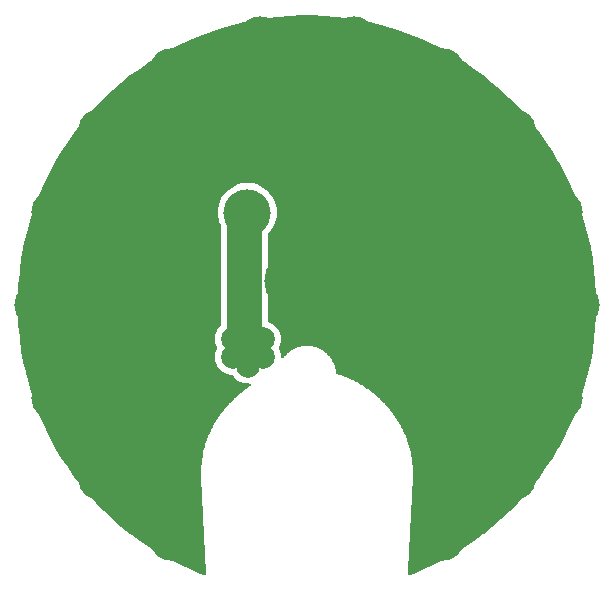
<source format=gbl>
%TF.GenerationSoftware,KiCad,Pcbnew,8.0.8*%
%TF.CreationDate,2025-02-15T12:26:11-06:00*%
%TF.ProjectId,internal,696e7465-726e-4616-9c2e-6b696361645f,rev?*%
%TF.SameCoordinates,Original*%
%TF.FileFunction,Copper,L2,Bot*%
%TF.FilePolarity,Positive*%
%FSLAX46Y46*%
G04 Gerber Fmt 4.6, Leading zero omitted, Abs format (unit mm)*
G04 Created by KiCad (PCBNEW 8.0.8) date 2025-02-15 12:26:11*
%MOMM*%
%LPD*%
G01*
G04 APERTURE LIST*
%TA.AperFunction,ComponentPad*%
%ADD10C,3.500000*%
%TD*%
%TA.AperFunction,ComponentPad*%
%ADD11O,6.200000X5.200000*%
%TD*%
%TA.AperFunction,ComponentPad*%
%ADD12C,1.600000*%
%TD*%
%TA.AperFunction,ComponentPad*%
%ADD13C,2.000000*%
%TD*%
%TA.AperFunction,SMDPad,CuDef*%
%ADD14C,4.000000*%
%TD*%
%TA.AperFunction,SMDPad,CuDef*%
%ADD15C,2.000000*%
%TD*%
%TA.AperFunction,Conductor*%
%ADD16C,3.000000*%
%TD*%
%TA.AperFunction,Conductor*%
%ADD17C,0.300000*%
%TD*%
G04 APERTURE END LIST*
D10*
%TO.P,clearance-D12,1*%
%TO.N,GND*%
X121613000Y-142134000D03*
%TD*%
D11*
%TO.P,clearance-U1,1*%
%TO.N,GND*%
X99500000Y-148000000D03*
%TD*%
D12*
%TO.P,align-ir1,1*%
%TO.N,GND*%
X77800000Y-152400000D03*
%TD*%
D10*
%TO.P,clearance-R5,1*%
%TO.N,GND*%
X103993908Y-135215884D03*
%TD*%
%TO.P,clearance-R1,1*%
%TO.N,GND*%
X88500000Y-164784115D03*
%TD*%
%TO.P,clearance-R7,1*%
%TO.N,GND*%
X117619023Y-150000000D03*
%TD*%
%TO.P,clearance-R8,1*%
%TO.N,GND*%
X111500000Y-164784115D03*
%TD*%
%TO.P,clearance-R4,1*%
%TO.N,GND*%
X96006092Y-135215884D03*
%TD*%
D13*
%TO.P,through-i2,1*%
%TO.N,+3V0*%
X94996000Y-152170000D03*
%TD*%
D10*
%TO.P,clearance-R6,1*%
%TO.N,GND*%
X111500000Y-135215884D03*
%TD*%
%TO.P,clearance-D4,1*%
%TO.N,GND*%
X77000000Y-150000000D03*
%TD*%
D13*
%TO.P,through-i4,1*%
%TO.N,+3V0*%
X96295038Y-154420000D03*
%TD*%
D10*
%TO.P,clearance-D7,1*%
%TO.N,GND*%
X88500000Y-130081000D03*
%TD*%
D13*
%TO.P,through-i5,1*%
%TO.N,+3V0*%
X94996000Y-155170000D03*
%TD*%
D10*
%TO.P,clearance-D13,1*%
%TO.N,GND*%
X123000000Y-150000000D03*
%TD*%
D12*
%TO.P,align-io2,1*%
%TO.N,GND*%
X122200000Y-152400000D03*
%TD*%
D10*
%TO.P,clearance-D1,1*%
%TO.N,GND*%
X88500000Y-169919000D03*
%TD*%
%TO.P,clearance-D5,1*%
%TO.N,GND*%
X78387100Y-142134000D03*
%TD*%
%TO.P,clearance-D9,1*%
%TO.N,GND*%
X103994000Y-127349000D03*
%TD*%
D13*
%TO.P,through-i3,1*%
%TO.N,+3V0*%
X96295038Y-152920000D03*
%TD*%
D10*
%TO.P,clearance-D2,1*%
%TO.N,GND*%
X82381000Y-164784000D03*
%TD*%
D13*
%TO.P,through-i7,1*%
%TO.N,+3V0*%
X93696961Y-152920000D03*
%TD*%
D10*
%TO.P,clearance-D6,1*%
%TO.N,GND*%
X82381000Y-135216000D03*
%TD*%
%TO.P,clearance-D16,1*%
%TO.N,GND*%
X111500000Y-169919000D03*
%TD*%
%TO.P,clearance-D11,1*%
%TO.N,GND*%
X117619000Y-135216000D03*
%TD*%
D13*
%TO.P,through-i1,1*%
%TO.N,+3V0*%
X94996000Y-153670000D03*
%TD*%
D10*
%TO.P,clearance-D10,1*%
%TO.N,GND*%
X111500000Y-130081000D03*
%TD*%
%TO.P,clearance-R2,1*%
%TO.N,GND*%
X82380977Y-150000000D03*
%TD*%
%TO.P,clearance-D15,1*%
%TO.N,GND*%
X117619000Y-164784000D03*
%TD*%
%TO.P,clearance-D3,1*%
%TO.N,GND*%
X78387100Y-157866000D03*
%TD*%
D13*
%TO.P,through-i6,1*%
%TO.N,+3V0*%
X93696961Y-154420000D03*
%TD*%
D10*
%TO.P,clearance-D14,1*%
%TO.N,GND*%
X121613000Y-157866000D03*
%TD*%
%TO.P,clearance-D8,1*%
%TO.N,GND*%
X96006100Y-127349000D03*
%TD*%
D12*
%TO.P,align-io1,1*%
%TO.N,GND*%
X77800000Y-147300000D03*
%TD*%
%TO.P,align-ir2,1*%
%TO.N,GND*%
X122200000Y-147300000D03*
%TD*%
D10*
%TO.P,clearance-R3,1*%
%TO.N,GND*%
X88500000Y-135215884D03*
%TD*%
D14*
%TO.P,contact-i1,1*%
%TO.N,+3V0*%
X94958000Y-142202000D03*
%TD*%
D15*
%TO.P,stitch2,1*%
%TO.N,GND*%
X114948000Y-168110000D03*
%TD*%
%TO.P,stitch2,1*%
%TO.N,GND*%
X100038000Y-126454000D03*
%TD*%
%TO.P,stitch2,1*%
%TO.N,GND*%
X122822000Y-155156000D03*
%TD*%
%TO.P,stitch2,1*%
%TO.N,GND*%
X85306000Y-131788000D03*
%TD*%
%TO.P,stitch2,1*%
%TO.N,GND*%
X114694000Y-131788000D03*
%TD*%
%TO.P,stitch2,1*%
%TO.N,GND*%
X91910000Y-127978000D03*
%TD*%
%TO.P,stitch2,1*%
%TO.N,GND*%
X123076000Y-145758000D03*
%TD*%
%TO.P,stitch2,1*%
%TO.N,GND*%
X76924000Y-145758000D03*
%TD*%
%TO.P,stitch2,1*%
%TO.N,GND*%
X108090000Y-127978000D03*
%TD*%
%TO.P,stitch2,1*%
%TO.N,GND*%
X77178000Y-155156000D03*
%TD*%
%TO.P,stitch2,1*%
%TO.N,GND*%
X85052000Y-168110000D03*
%TD*%
D16*
%TO.N,+3V0*%
X94700000Y-142460000D02*
X94700000Y-153374000D01*
X94700000Y-153374000D02*
X94996000Y-153670000D01*
X94958000Y-142202000D02*
X94700000Y-142460000D01*
D17*
X94996000Y-152170000D02*
X94996000Y-153670000D01*
%TD*%
%TA.AperFunction,Conductor*%
%TO.N,GND*%
G36*
X100489558Y-125505540D02*
G01*
X101458068Y-125544074D01*
X101462990Y-125544368D01*
X102429214Y-125621377D01*
X102434083Y-125621863D01*
X103396512Y-125737230D01*
X103401364Y-125737909D01*
X104358442Y-125891446D01*
X104363232Y-125892313D01*
X105313457Y-126083782D01*
X105318217Y-126084840D01*
X106260086Y-126313935D01*
X106264782Y-126315176D01*
X107155647Y-126569776D01*
X107196774Y-126581530D01*
X107201490Y-126582979D01*
X108122170Y-126886180D01*
X108126757Y-126887792D01*
X108810628Y-127143568D01*
X109034645Y-127227353D01*
X109039228Y-127229172D01*
X109932884Y-127604551D01*
X109937355Y-127606536D01*
X110596066Y-127914583D01*
X110815361Y-128017137D01*
X110819785Y-128019314D01*
X111680760Y-128464492D01*
X111685094Y-128466843D01*
X112527742Y-128945928D01*
X112531979Y-128948450D01*
X113354847Y-129460616D01*
X113358980Y-129463304D01*
X114160897Y-130007819D01*
X114164890Y-130010648D01*
X114944486Y-130586587D01*
X114948393Y-130589595D01*
X115704477Y-131196074D01*
X115708261Y-131199235D01*
X116439631Y-131835287D01*
X116443287Y-131838596D01*
X117148822Y-132503253D01*
X117152343Y-132506705D01*
X117830882Y-133198873D01*
X117834262Y-133202462D01*
X118484705Y-133921009D01*
X118487941Y-133924729D01*
X119109355Y-134668634D01*
X119112441Y-134672481D01*
X119703776Y-135440486D01*
X119706706Y-135444452D01*
X120267039Y-136235358D01*
X120269808Y-136239437D01*
X120798234Y-137051963D01*
X120800840Y-137056149D01*
X121296565Y-137889073D01*
X121299002Y-137893359D01*
X121761213Y-138745319D01*
X121763478Y-138749699D01*
X122191473Y-139619404D01*
X122193561Y-139623871D01*
X122586600Y-140509811D01*
X122588510Y-140514357D01*
X122946053Y-141415311D01*
X122947780Y-141419929D01*
X123269201Y-142334329D01*
X123270744Y-142339013D01*
X123555572Y-143265517D01*
X123556926Y-143270257D01*
X123804684Y-144207310D01*
X123805850Y-144212102D01*
X124016161Y-145158281D01*
X124017135Y-145163114D01*
X124189668Y-146116936D01*
X124190449Y-146121805D01*
X124324916Y-147081660D01*
X124325503Y-147086556D01*
X124421711Y-148051091D01*
X124422102Y-148056006D01*
X124479885Y-149023538D01*
X124480081Y-149028465D01*
X124499351Y-149997534D01*
X124499351Y-150002464D01*
X124480081Y-150971533D01*
X124479885Y-150976460D01*
X124422102Y-151943992D01*
X124421711Y-151948907D01*
X124325503Y-152913442D01*
X124324916Y-152918338D01*
X124190449Y-153878193D01*
X124189668Y-153883062D01*
X124017135Y-154836884D01*
X124016161Y-154841717D01*
X123805850Y-155787896D01*
X123804684Y-155792688D01*
X123556926Y-156729741D01*
X123555572Y-156734481D01*
X123270744Y-157660985D01*
X123269201Y-157665669D01*
X122947780Y-158580069D01*
X122946053Y-158584687D01*
X122588510Y-159485641D01*
X122586600Y-159490187D01*
X122193561Y-160376127D01*
X122191473Y-160380594D01*
X121763478Y-161250299D01*
X121761213Y-161254679D01*
X121299002Y-162106639D01*
X121296565Y-162110925D01*
X120800840Y-162943849D01*
X120798234Y-162948035D01*
X120269808Y-163760561D01*
X120267039Y-163764640D01*
X119706706Y-164555546D01*
X119703776Y-164559512D01*
X119112441Y-165327517D01*
X119109355Y-165331364D01*
X118487941Y-166075269D01*
X118484705Y-166078989D01*
X117834262Y-166797536D01*
X117830882Y-166801125D01*
X117152343Y-167493293D01*
X117148822Y-167496745D01*
X116443287Y-168161402D01*
X116439631Y-168164711D01*
X115708261Y-168800763D01*
X115704477Y-168803924D01*
X114948393Y-169410403D01*
X114944486Y-169413411D01*
X114164905Y-169989339D01*
X114160881Y-169992190D01*
X113358980Y-170536694D01*
X113354847Y-170539382D01*
X112531979Y-171051548D01*
X112527742Y-171054070D01*
X111685094Y-171533155D01*
X111680760Y-171535506D01*
X110819785Y-171980684D01*
X110815361Y-171982861D01*
X109937373Y-172393454D01*
X109932866Y-172395454D01*
X109039228Y-172770826D01*
X109034645Y-172772644D01*
X108714134Y-172892519D01*
X108644447Y-172897567D01*
X108583093Y-172864138D01*
X108549553Y-172802845D01*
X108546882Y-172769574D01*
X108564878Y-172442042D01*
X108996779Y-164581452D01*
X108999790Y-164560282D01*
X109002458Y-164548766D01*
X109001157Y-164510696D01*
X109001272Y-164499672D01*
X109003361Y-164461666D01*
X109000936Y-164450115D01*
X108998361Y-164428866D01*
X108982461Y-163963413D01*
X108983961Y-163939513D01*
X108984799Y-163934302D01*
X108980242Y-163889976D01*
X108979665Y-163881541D01*
X108978144Y-163836998D01*
X108976603Y-163831944D01*
X108971861Y-163808457D01*
X108967359Y-163764667D01*
X108924903Y-163351682D01*
X108924769Y-163327730D01*
X108925249Y-163322476D01*
X108917677Y-163278563D01*
X108916525Y-163270177D01*
X108911969Y-163225854D01*
X108911968Y-163225852D01*
X108910087Y-163220917D01*
X108903754Y-163197811D01*
X108860330Y-162945958D01*
X108825734Y-162745309D01*
X108823964Y-162721421D01*
X108824085Y-162716141D01*
X108813531Y-162672835D01*
X108811813Y-162664563D01*
X108811052Y-162660147D01*
X108804242Y-162620650D01*
X108802029Y-162615857D01*
X108794132Y-162593234D01*
X108685416Y-162147115D01*
X108682019Y-162123399D01*
X108681779Y-162118123D01*
X108668300Y-162075656D01*
X108666014Y-162067499D01*
X108655465Y-162024208D01*
X108652932Y-162019581D01*
X108643512Y-161997554D01*
X108504601Y-161559881D01*
X108499594Y-161536451D01*
X108498995Y-161531214D01*
X108498995Y-161531210D01*
X108489829Y-161507968D01*
X108482648Y-161489755D01*
X108479813Y-161481780D01*
X108479813Y-161481779D01*
X108466334Y-161439310D01*
X108463479Y-161434847D01*
X108452585Y-161413522D01*
X108284135Y-160986365D01*
X108277541Y-160963337D01*
X108276584Y-160958140D01*
X108257451Y-160917909D01*
X108254078Y-160910144D01*
X108237726Y-160868680D01*
X108234581Y-160864433D01*
X108222251Y-160843894D01*
X108025045Y-160429230D01*
X108016894Y-160406702D01*
X108015585Y-160401583D01*
X108003784Y-160380595D01*
X107993739Y-160362729D01*
X107989850Y-160355224D01*
X107970713Y-160314985D01*
X107967288Y-160310965D01*
X107953585Y-160291317D01*
X107728533Y-159891060D01*
X107718865Y-159869142D01*
X107717213Y-159864134D01*
X107692764Y-159826859D01*
X107688385Y-159819659D01*
X107666537Y-159780801D01*
X107662844Y-159777023D01*
X107647832Y-159758355D01*
X107471940Y-159490187D01*
X107395992Y-159374395D01*
X107384851Y-159353188D01*
X107382859Y-159348300D01*
X107355933Y-159312793D01*
X107351051Y-159305877D01*
X107326613Y-159268618D01*
X107326612Y-159268617D01*
X107322669Y-159265099D01*
X107306420Y-159247500D01*
X107068041Y-158933150D01*
X107028968Y-158881624D01*
X107016405Y-158861226D01*
X107014085Y-158856488D01*
X107014084Y-158856487D01*
X107014084Y-158856486D01*
X106984799Y-158822900D01*
X106979457Y-158816333D01*
X106952535Y-158780831D01*
X106952531Y-158780827D01*
X106948353Y-158777583D01*
X106930940Y-158761133D01*
X106629176Y-158415055D01*
X106615245Y-158395556D01*
X106612606Y-158390985D01*
X106612606Y-158390984D01*
X106612605Y-158390983D01*
X106612604Y-158390981D01*
X106581102Y-158359480D01*
X106575322Y-158353291D01*
X106546037Y-158319706D01*
X106546036Y-158319705D01*
X106546035Y-158319704D01*
X106541643Y-158316751D01*
X106523153Y-158301531D01*
X106198468Y-157976846D01*
X106183243Y-157958348D01*
X106180297Y-157953966D01*
X106180294Y-157953963D01*
X106146697Y-157924668D01*
X106140524Y-157918902D01*
X106109017Y-157887394D01*
X106109015Y-157887392D01*
X106104433Y-157884747D01*
X106084946Y-157870824D01*
X105738861Y-157569053D01*
X105722410Y-157551638D01*
X105719171Y-157547467D01*
X105719172Y-157547467D01*
X105683671Y-157520546D01*
X105677104Y-157515203D01*
X105643521Y-157485920D01*
X105643519Y-157485919D01*
X105643517Y-157485918D01*
X105643515Y-157485916D01*
X105638760Y-157483587D01*
X105618374Y-157471030D01*
X105252498Y-157193577D01*
X105234899Y-157177328D01*
X105231382Y-157173386D01*
X105194122Y-157148947D01*
X105187207Y-157144066D01*
X105151702Y-157117142D01*
X105151700Y-157117141D01*
X105146804Y-157115145D01*
X105125600Y-157104004D01*
X104741644Y-156852166D01*
X104722975Y-156837154D01*
X104719200Y-156833464D01*
X104719199Y-156833463D01*
X104680370Y-156811630D01*
X104673147Y-156807238D01*
X104635867Y-156782787D01*
X104630841Y-156781128D01*
X104608931Y-156771462D01*
X104208684Y-156546415D01*
X104189034Y-156532711D01*
X104185015Y-156529286D01*
X104144760Y-156510141D01*
X104137253Y-156506251D01*
X104098418Y-156484415D01*
X104098414Y-156484414D01*
X104093300Y-156483106D01*
X104070773Y-156474955D01*
X103656102Y-156277746D01*
X103635567Y-156265419D01*
X103631316Y-156262271D01*
X103631312Y-156262269D01*
X103589861Y-156245923D01*
X103582096Y-156242551D01*
X103541860Y-156223416D01*
X103541861Y-156223416D01*
X103539670Y-156223012D01*
X103536665Y-156222459D01*
X103513640Y-156215865D01*
X103086471Y-156047411D01*
X103065139Y-156036512D01*
X103063371Y-156035381D01*
X103060690Y-156033666D01*
X103018214Y-156020185D01*
X103010238Y-156017350D01*
X102968793Y-156001006D01*
X102968791Y-156001005D01*
X102968790Y-156001005D01*
X102968789Y-156001004D01*
X102968786Y-156001004D01*
X102963544Y-156000405D01*
X102940117Y-155995398D01*
X102869055Y-155972844D01*
X102706591Y-155921280D01*
X102571431Y-155878382D01*
X102513488Y-155839339D01*
X102485851Y-155775168D01*
X102485259Y-155769039D01*
X102485259Y-155769038D01*
X102481519Y-155716754D01*
X102481345Y-155702032D01*
X102482711Y-155673367D01*
X102478197Y-155652621D01*
X102475681Y-155635117D01*
X102474167Y-155613941D01*
X102464783Y-155586829D01*
X102460796Y-155572629D01*
X102455102Y-155546456D01*
X102415955Y-155366499D01*
X102413684Y-155351929D01*
X102410956Y-155323370D01*
X102410956Y-155323366D01*
X102403537Y-155303475D01*
X102398554Y-155286505D01*
X102394042Y-155265760D01*
X102394042Y-155265759D01*
X102380894Y-155240257D01*
X102374926Y-155226768D01*
X102301203Y-155029111D01*
X102296889Y-155015037D01*
X102290121Y-154987138D01*
X102290119Y-154987135D01*
X102290119Y-154987133D01*
X102279946Y-154968503D01*
X102272597Y-154952411D01*
X102265180Y-154932527D01*
X102265180Y-154932526D01*
X102248534Y-154909149D01*
X102240712Y-154896652D01*
X102139610Y-154711497D01*
X102133333Y-154698175D01*
X102122665Y-154671528D01*
X102109943Y-154654535D01*
X102100377Y-154639648D01*
X102090208Y-154621024D01*
X102090205Y-154621019D01*
X102070408Y-154600258D01*
X102060882Y-154588996D01*
X101934461Y-154420117D01*
X101926341Y-154407807D01*
X101912000Y-154382968D01*
X101911996Y-154382963D01*
X101896992Y-154367959D01*
X101885404Y-154354586D01*
X101872682Y-154337590D01*
X101850129Y-154319855D01*
X101839098Y-154310065D01*
X101689933Y-154160899D01*
X101680145Y-154149870D01*
X101662411Y-154127320D01*
X101662408Y-154127317D01*
X101645410Y-154114592D01*
X101632042Y-154103008D01*
X101617036Y-154088002D01*
X101617031Y-154087998D01*
X101592185Y-154073653D01*
X101579876Y-154065534D01*
X101411001Y-153939115D01*
X101399744Y-153929593D01*
X101378979Y-153909794D01*
X101378978Y-153909793D01*
X101378973Y-153909790D01*
X101360343Y-153899617D01*
X101345462Y-153890053D01*
X101328474Y-153877336D01*
X101328470Y-153877333D01*
X101301835Y-153866670D01*
X101288497Y-153860386D01*
X101103342Y-153759284D01*
X101090844Y-153751461D01*
X101067472Y-153734818D01*
X101047584Y-153727400D01*
X101031500Y-153720055D01*
X101012865Y-153709880D01*
X101012859Y-153709878D01*
X100984981Y-153703115D01*
X100970882Y-153698793D01*
X100970879Y-153698792D01*
X100893686Y-153670000D01*
X100773228Y-153625071D01*
X100759743Y-153619105D01*
X100734240Y-153605957D01*
X100713486Y-153601442D01*
X100696522Y-153596461D01*
X100676632Y-153589043D01*
X100676628Y-153589042D01*
X100648071Y-153586315D01*
X100633505Y-153584043D01*
X100427373Y-153539203D01*
X100413176Y-153535218D01*
X100386059Y-153525833D01*
X100364882Y-153524318D01*
X100347375Y-153521801D01*
X100332094Y-153518477D01*
X100326633Y-153517289D01*
X100326632Y-153517289D01*
X100297965Y-153518653D01*
X100283227Y-153518477D01*
X100072814Y-153503429D01*
X100058195Y-153501505D01*
X100041154Y-153498221D01*
X100030019Y-153496075D01*
X100030018Y-153496075D01*
X100030013Y-153496074D01*
X100008841Y-153497588D01*
X99991159Y-153497588D01*
X99969984Y-153496074D01*
X99941800Y-153501505D01*
X99927186Y-153503428D01*
X99716772Y-153518477D01*
X99702032Y-153518653D01*
X99674669Y-153517351D01*
X99673367Y-153517289D01*
X99673366Y-153517289D01*
X99652623Y-153521801D01*
X99635117Y-153524318D01*
X99613941Y-153525833D01*
X99613935Y-153525834D01*
X99586819Y-153535219D01*
X99572622Y-153539204D01*
X99366494Y-153584043D01*
X99351929Y-153586315D01*
X99323366Y-153589043D01*
X99303477Y-153596461D01*
X99286509Y-153601443D01*
X99265763Y-153605956D01*
X99265758Y-153605958D01*
X99240249Y-153619108D01*
X99226768Y-153625072D01*
X99029117Y-153698792D01*
X99015021Y-153703114D01*
X99002164Y-153706233D01*
X98987138Y-153709879D01*
X98968499Y-153720056D01*
X98952419Y-153727399D01*
X98932524Y-153734820D01*
X98909154Y-153751461D01*
X98896659Y-153759282D01*
X98711505Y-153860384D01*
X98698171Y-153866667D01*
X98671525Y-153877335D01*
X98671523Y-153877337D01*
X98654532Y-153890056D01*
X98639656Y-153899617D01*
X98621023Y-153909792D01*
X98621022Y-153909792D01*
X98600259Y-153929590D01*
X98589002Y-153939112D01*
X98420113Y-154065541D01*
X98407805Y-154073659D01*
X98382966Y-154088000D01*
X98382963Y-154088002D01*
X98367954Y-154103011D01*
X98354593Y-154114589D01*
X98337590Y-154127318D01*
X98319856Y-154149869D01*
X98310068Y-154160897D01*
X98160896Y-154310068D01*
X98149871Y-154319853D01*
X98127320Y-154337588D01*
X98127318Y-154337590D01*
X98114592Y-154354589D01*
X98103014Y-154367950D01*
X98088003Y-154382962D01*
X98088002Y-154382962D01*
X98073653Y-154407815D01*
X98065535Y-154420122D01*
X98022940Y-154477022D01*
X97967006Y-154518893D01*
X97897315Y-154523877D01*
X97835992Y-154490392D01*
X97802507Y-154429069D01*
X97800097Y-154412951D01*
X97780147Y-154172186D01*
X97780145Y-154172175D01*
X97719101Y-153931118D01*
X97626520Y-153720056D01*
X97626411Y-153719809D01*
X97617509Y-153650510D01*
X97626412Y-153620190D01*
X97640075Y-153589043D01*
X97719101Y-153408881D01*
X97780146Y-153167821D01*
X97780147Y-153167812D01*
X97800681Y-152920005D01*
X97800681Y-152919994D01*
X97780147Y-152672187D01*
X97780145Y-152672175D01*
X97719101Y-152431118D01*
X97619211Y-152203393D01*
X97483204Y-151995217D01*
X97451150Y-151960397D01*
X97314782Y-151812262D01*
X97118547Y-151659526D01*
X97118545Y-151659525D01*
X97118544Y-151659524D01*
X96899849Y-151541172D01*
X96899840Y-151541169D01*
X96784237Y-151501482D01*
X96727222Y-151461096D01*
X96701091Y-151396297D01*
X96700500Y-151384201D01*
X96700500Y-144049532D01*
X96720185Y-143982493D01*
X96739617Y-143959139D01*
X96784389Y-143917095D01*
X96984945Y-143674665D01*
X96984948Y-143674661D01*
X97153537Y-143409007D01*
X97287503Y-143124315D01*
X97384731Y-142825079D01*
X97443688Y-142516015D01*
X97454824Y-142339013D01*
X97463444Y-142202005D01*
X97463444Y-142201994D01*
X97443689Y-141887995D01*
X97443688Y-141887988D01*
X97443688Y-141887985D01*
X97384731Y-141578921D01*
X97287503Y-141279685D01*
X97153537Y-140994993D01*
X96984947Y-140729337D01*
X96803339Y-140509811D01*
X96784393Y-140486909D01*
X96784391Y-140486907D01*
X96555031Y-140271523D01*
X96555021Y-140271515D01*
X96300495Y-140086591D01*
X96300488Y-140086586D01*
X96300484Y-140086584D01*
X96024766Y-139935006D01*
X96024763Y-139935004D01*
X96024758Y-139935002D01*
X96024757Y-139935001D01*
X95732228Y-139819181D01*
X95732225Y-139819180D01*
X95427476Y-139740934D01*
X95427463Y-139740932D01*
X95115329Y-139701500D01*
X95115318Y-139701500D01*
X94800682Y-139701500D01*
X94800670Y-139701500D01*
X94488536Y-139740932D01*
X94488523Y-139740934D01*
X94183774Y-139819180D01*
X94183771Y-139819181D01*
X93891242Y-139935001D01*
X93891241Y-139935002D01*
X93615516Y-140086584D01*
X93615504Y-140086591D01*
X93360978Y-140271515D01*
X93360968Y-140271523D01*
X93131608Y-140486907D01*
X93131606Y-140486909D01*
X92931054Y-140729334D01*
X92931051Y-140729338D01*
X92762464Y-140994990D01*
X92762461Y-140994996D01*
X92628499Y-141279678D01*
X92628497Y-141279683D01*
X92531270Y-141578916D01*
X92472311Y-141887988D01*
X92472310Y-141887995D01*
X92452556Y-142201994D01*
X92452556Y-142202005D01*
X92472310Y-142516004D01*
X92472311Y-142516011D01*
X92531270Y-142825083D01*
X92585746Y-142992741D01*
X92628497Y-143124315D01*
X92687698Y-143250124D01*
X92699500Y-143302919D01*
X92699500Y-151739671D01*
X92679815Y-151806710D01*
X92666730Y-151823654D01*
X92508794Y-151995217D01*
X92372787Y-152203393D01*
X92272897Y-152431118D01*
X92211853Y-152672175D01*
X92211851Y-152672187D01*
X92191318Y-152919994D01*
X92191318Y-152920005D01*
X92211851Y-153167812D01*
X92211853Y-153167824D01*
X92272898Y-153408881D01*
X92365586Y-153620190D01*
X92374489Y-153689490D01*
X92365586Y-153719810D01*
X92272898Y-153931118D01*
X92211853Y-154172175D01*
X92211851Y-154172187D01*
X92191318Y-154419994D01*
X92191318Y-154420005D01*
X92211851Y-154667812D01*
X92211853Y-154667824D01*
X92272897Y-154908881D01*
X92372787Y-155136606D01*
X92508794Y-155344782D01*
X92522136Y-155359275D01*
X92677217Y-155527738D01*
X92873452Y-155680474D01*
X92873454Y-155680475D01*
X93076381Y-155790294D01*
X93092151Y-155798828D01*
X93249765Y-155852937D01*
X93324987Y-155878761D01*
X93327347Y-155879571D01*
X93572626Y-155920500D01*
X93626864Y-155920500D01*
X93693903Y-155940185D01*
X93730672Y-155976677D01*
X93807836Y-156094785D01*
X93976256Y-156277738D01*
X94172491Y-156430474D01*
X94172493Y-156430475D01*
X94355079Y-156529286D01*
X94391190Y-156548828D01*
X94626386Y-156629571D01*
X94871665Y-156670500D01*
X95120184Y-156670500D01*
X95187223Y-156690185D01*
X95232978Y-156742989D01*
X95242922Y-156812147D01*
X95213897Y-156875703D01*
X95188192Y-156898187D01*
X94874393Y-157104007D01*
X94853197Y-157115144D01*
X94848304Y-157117138D01*
X94848296Y-157117142D01*
X94812790Y-157144067D01*
X94805879Y-157148946D01*
X94768619Y-157173385D01*
X94768614Y-157173390D01*
X94765098Y-157177331D01*
X94747503Y-157193576D01*
X94381624Y-157471030D01*
X94361238Y-157483588D01*
X94356490Y-157485913D01*
X94356484Y-157485917D01*
X94322901Y-157515199D01*
X94316337Y-157520539D01*
X94280832Y-157547463D01*
X94280824Y-157547471D01*
X94277580Y-157551650D01*
X94261136Y-157569055D01*
X93915053Y-157870824D01*
X93895570Y-157884745D01*
X93890985Y-157887392D01*
X93890984Y-157887393D01*
X93859468Y-157918908D01*
X93853285Y-157924682D01*
X93819705Y-157953963D01*
X93819697Y-157953972D01*
X93816750Y-157958356D01*
X93801531Y-157976845D01*
X93476844Y-158301532D01*
X93458355Y-158316751D01*
X93453966Y-158319701D01*
X93453966Y-158319702D01*
X93424680Y-158353287D01*
X93418907Y-158359469D01*
X93387393Y-158390985D01*
X93387389Y-158390990D01*
X93384744Y-158395571D01*
X93370825Y-158415050D01*
X93069052Y-158761138D01*
X93051651Y-158777578D01*
X93047475Y-158780820D01*
X93047464Y-158780832D01*
X93020549Y-158816325D01*
X93015208Y-158822891D01*
X92985915Y-158856486D01*
X92985914Y-158856488D01*
X92983588Y-158861238D01*
X92971030Y-158881624D01*
X92693574Y-159247504D01*
X92677335Y-159265094D01*
X92673389Y-159268615D01*
X92673384Y-159268621D01*
X92648947Y-159305878D01*
X92644066Y-159312793D01*
X92617140Y-159348300D01*
X92617139Y-159348302D01*
X92615145Y-159353196D01*
X92604005Y-159374397D01*
X92352164Y-159758357D01*
X92337161Y-159777016D01*
X92333467Y-159780795D01*
X92333461Y-159780803D01*
X92311626Y-159819634D01*
X92307233Y-159826859D01*
X92282788Y-159864131D01*
X92282786Y-159864135D01*
X92281131Y-159869152D01*
X92271463Y-159891066D01*
X92046414Y-160291316D01*
X92032717Y-160310958D01*
X92029286Y-160314984D01*
X92029284Y-160314987D01*
X92010143Y-160355233D01*
X92006252Y-160362743D01*
X91984415Y-160401581D01*
X91984412Y-160401589D01*
X91983103Y-160406708D01*
X91974954Y-160429226D01*
X91777745Y-160843898D01*
X91765424Y-160864425D01*
X91762271Y-160868682D01*
X91762271Y-160868683D01*
X91745917Y-160910151D01*
X91742547Y-160917908D01*
X91723416Y-160958137D01*
X91723414Y-160958144D01*
X91722457Y-160963340D01*
X91715865Y-160986359D01*
X91547412Y-161413528D01*
X91536516Y-161434854D01*
X91533669Y-161439303D01*
X91533663Y-161439317D01*
X91520186Y-161481779D01*
X91517352Y-161489755D01*
X91501004Y-161531210D01*
X91500405Y-161536455D01*
X91495398Y-161559881D01*
X91356490Y-161997545D01*
X91347073Y-162019569D01*
X91344534Y-162024207D01*
X91333981Y-162067509D01*
X91331698Y-162075656D01*
X91318221Y-162118122D01*
X91318220Y-162118125D01*
X91317980Y-162123400D01*
X91314583Y-162147109D01*
X91205866Y-162593234D01*
X91197976Y-162615845D01*
X91195756Y-162620652D01*
X91188184Y-162664568D01*
X91186463Y-162672852D01*
X91175915Y-162716139D01*
X91175914Y-162716141D01*
X91176035Y-162721420D01*
X91174264Y-162745310D01*
X91096244Y-163197812D01*
X91089917Y-163220904D01*
X91088031Y-163225852D01*
X91083472Y-163270191D01*
X91082319Y-163278575D01*
X91074751Y-163322469D01*
X91074751Y-163322481D01*
X91075231Y-163327741D01*
X91075094Y-163351688D01*
X91028136Y-163808464D01*
X91023399Y-163831934D01*
X91021857Y-163836993D01*
X91021856Y-163836996D01*
X91020333Y-163881551D01*
X91019755Y-163889991D01*
X91015200Y-163934301D01*
X91015200Y-163934302D01*
X91016038Y-163939511D01*
X91017537Y-163963421D01*
X91001637Y-164428866D01*
X90999066Y-164450100D01*
X90996638Y-164461665D01*
X90996638Y-164461668D01*
X90998726Y-164499672D01*
X90998841Y-164510701D01*
X90997542Y-164548763D01*
X90997542Y-164548769D01*
X91000209Y-164560282D01*
X91003220Y-164581457D01*
X91453116Y-172769575D01*
X91437139Y-172837594D01*
X91386925Y-172886176D01*
X91318416Y-172899899D01*
X91285864Y-172892520D01*
X90965384Y-172772656D01*
X90960801Y-172770838D01*
X90067132Y-172395454D01*
X90062625Y-172393454D01*
X89184654Y-171982869D01*
X89180230Y-171980692D01*
X88319246Y-171535511D01*
X88314912Y-171533160D01*
X87472274Y-171054080D01*
X87468037Y-171051558D01*
X86645138Y-170539374D01*
X86641005Y-170536686D01*
X85839129Y-169992199D01*
X85835105Y-169989348D01*
X85221121Y-169535757D01*
X85055498Y-169413400D01*
X85051594Y-169410394D01*
X84295500Y-168803908D01*
X84291726Y-168800755D01*
X83664303Y-168255102D01*
X83560345Y-168164692D01*
X83556699Y-168161392D01*
X82851175Y-167496745D01*
X82851145Y-167496716D01*
X82847662Y-167493302D01*
X82169116Y-166801125D01*
X82165749Y-166797551D01*
X82165735Y-166797536D01*
X81515268Y-166078961D01*
X81512034Y-166075242D01*
X80890643Y-165331364D01*
X80887557Y-165327517D01*
X80787932Y-165198128D01*
X80296215Y-164559504D01*
X80293296Y-164555551D01*
X79732970Y-163764657D01*
X79730207Y-163760588D01*
X79730189Y-163760561D01*
X79201764Y-162948035D01*
X79199158Y-162943849D01*
X78703427Y-162110916D01*
X78700990Y-162106629D01*
X78238787Y-161254681D01*
X78236522Y-161250302D01*
X78095303Y-160963340D01*
X77808511Y-160380565D01*
X77806451Y-160376158D01*
X77413398Y-159490187D01*
X77411488Y-159485641D01*
X77342895Y-159312796D01*
X77053938Y-158584668D01*
X77052231Y-158580103D01*
X76730790Y-157665647D01*
X76729265Y-157661019D01*
X76444414Y-156734443D01*
X76443078Y-156729767D01*
X76257249Y-156026935D01*
X76195315Y-155792692D01*
X76194149Y-155787901D01*
X76175063Y-155702032D01*
X75983830Y-154841684D01*
X75982869Y-154836918D01*
X75810330Y-153883062D01*
X75809553Y-153878216D01*
X75809430Y-153877335D01*
X75675078Y-152918310D01*
X75674498Y-152913466D01*
X75578283Y-151948863D01*
X75577899Y-151944036D01*
X75520111Y-150976414D01*
X75519918Y-150971580D01*
X75500647Y-150002464D01*
X75500647Y-149997534D01*
X75501905Y-149934266D01*
X75519918Y-149028416D01*
X75520111Y-149023586D01*
X75577899Y-148055958D01*
X75578283Y-148051139D01*
X75674498Y-147086527D01*
X75675078Y-147081694D01*
X75809557Y-146121751D01*
X75810330Y-146116936D01*
X75982871Y-145163070D01*
X75983828Y-145158324D01*
X76194151Y-144212086D01*
X76195315Y-144207306D01*
X76257249Y-143973064D01*
X76443082Y-143270217D01*
X76444410Y-143265568D01*
X76729269Y-142338964D01*
X76730784Y-142334366D01*
X77052237Y-141419878D01*
X77053931Y-141415347D01*
X77411495Y-140514340D01*
X77413398Y-140509811D01*
X77806459Y-139623821D01*
X77808502Y-139619451D01*
X78236528Y-138749683D01*
X78238787Y-138745317D01*
X78701002Y-137893347D01*
X78703414Y-137889103D01*
X79199167Y-137056134D01*
X79201764Y-137051963D01*
X79730230Y-136239375D01*
X79732959Y-136235358D01*
X80293313Y-135444423D01*
X80296197Y-135440518D01*
X80887576Y-134672456D01*
X80890623Y-134668658D01*
X81512057Y-133924729D01*
X81515246Y-133921062D01*
X82165781Y-133202412D01*
X82169097Y-133198892D01*
X82847687Y-132506671D01*
X82851119Y-132503306D01*
X83556735Y-131838573D01*
X83560317Y-131835330D01*
X84291764Y-131199210D01*
X84295470Y-131196114D01*
X85051627Y-130589577D01*
X85055466Y-130586622D01*
X85835144Y-130010622D01*
X85839089Y-130007826D01*
X86641024Y-129463299D01*
X86645118Y-129460636D01*
X87468053Y-128948430D01*
X87472257Y-128945927D01*
X88314933Y-128466826D01*
X88319237Y-128464492D01*
X89180263Y-128019289D01*
X89184621Y-128017145D01*
X90062661Y-127606527D01*
X90067096Y-127604559D01*
X90960791Y-127229163D01*
X90965349Y-127227354D01*
X91873250Y-126887789D01*
X91877805Y-126886189D01*
X92798503Y-126582981D01*
X92803192Y-126581539D01*
X93735224Y-126315175D01*
X93739894Y-126313940D01*
X94681791Y-126084837D01*
X94686530Y-126083784D01*
X95636757Y-125892315D01*
X95641529Y-125891452D01*
X96598643Y-125737908D01*
X96603481Y-125737231D01*
X97565920Y-125621862D01*
X97570779Y-125621378D01*
X98537013Y-125544367D01*
X98541929Y-125544074D01*
X99510442Y-125505540D01*
X99515372Y-125505442D01*
X100484628Y-125505442D01*
X100489558Y-125505540D01*
G37*
%TD.AperFunction*%
%TD*%
M02*

</source>
